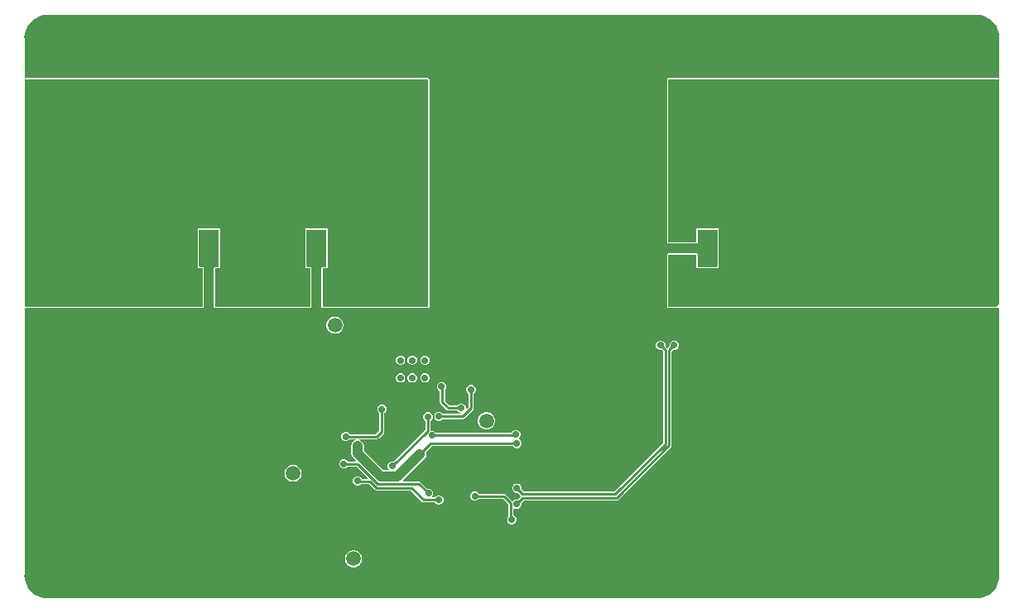
<source format=gbl>
G04*
G04 #@! TF.GenerationSoftware,Altium Limited,Altium Designer,21.3.2 (30)*
G04*
G04 Layer_Physical_Order=2*
G04 Layer_Color=16711680*
%FSLAX25Y25*%
%MOIN*%
G70*
G04*
G04 #@! TF.SameCoordinates,58D38C34-9AFC-4311-94A1-E66397908E57*
G04*
G04*
G04 #@! TF.FilePolarity,Positive*
G04*
G01*
G75*
%ADD10C,0.01000*%
%ADD62C,0.04000*%
%ADD64C,0.05906*%
%ADD65R,0.08268X0.08268*%
%ADD66C,0.08268*%
%ADD67C,0.39370*%
%ADD68C,0.02756*%
%ADD69R,0.07874X0.14961*%
G36*
X385553Y235534D02*
X387335Y234994D01*
X388976Y234116D01*
X390415Y232935D01*
X391596Y231496D01*
X392474Y229854D01*
X393014Y228073D01*
X393189Y226296D01*
X393158Y226220D01*
Y210236D01*
X259842D01*
X259460Y210078D01*
X259301Y209695D01*
Y144084D01*
X259460Y143702D01*
X259842Y143543D01*
X271153D01*
X271536Y143702D01*
X271695Y144084D01*
Y148975D01*
X279486D01*
Y134096D01*
X271695D01*
Y138986D01*
X271536Y139369D01*
X271153Y139528D01*
X259842D01*
X259460Y139369D01*
X259301Y138986D01*
Y118110D01*
X259460Y117727D01*
X259842Y117569D01*
X290551Y117569D01*
X392126D01*
X392126Y117569D01*
X392509Y117727D01*
X392671Y117754D01*
X393158Y117379D01*
Y10000D01*
X393189Y9924D01*
X393014Y8147D01*
X392474Y6366D01*
X391596Y4724D01*
X390415Y3285D01*
X388976Y2104D01*
X387335Y1227D01*
X385553Y687D01*
X383777Y512D01*
X383701Y543D01*
X10000D01*
X9924Y512D01*
X8147Y687D01*
X6366Y1227D01*
X4724Y2104D01*
X3285Y3285D01*
X2104Y4724D01*
X1227Y6366D01*
X687Y8147D01*
X512Y9924D01*
X543Y10000D01*
Y117330D01*
X1043Y117626D01*
X1181Y117569D01*
X1181Y117569D01*
X72254D01*
X72637Y117727D01*
X72795Y118110D01*
Y133555D01*
X72637Y133938D01*
X72254Y134096D01*
X70907D01*
Y148975D01*
X78699D01*
Y134096D01*
X77352D01*
X76969Y133938D01*
X76811Y133555D01*
Y118110D01*
X76969Y117727D01*
X77352Y117569D01*
X115561D01*
X115944Y117727D01*
X116103Y118110D01*
Y133555D01*
X115944Y133938D01*
X115561Y134096D01*
X114214D01*
Y148975D01*
X122006D01*
Y134096D01*
X120659D01*
X120276Y133938D01*
X120118Y133555D01*
Y118110D01*
X120276Y117727D01*
X120659Y117569D01*
X163088D01*
X163471Y117727D01*
X163629Y118110D01*
Y209695D01*
X163471Y210078D01*
X163088Y210236D01*
X543D01*
Y226220D01*
X512Y226296D01*
X687Y228073D01*
X1227Y229854D01*
X2104Y231496D01*
X3285Y232935D01*
X4724Y234116D01*
X6366Y234994D01*
X8147Y235534D01*
X9924Y235709D01*
X10000Y235677D01*
X383701D01*
X383777Y235709D01*
X385553Y235534D01*
D02*
G37*
G36*
X393158Y119142D02*
X392126Y118110D01*
X290551D01*
X259842Y118110D01*
Y138986D01*
X271153D01*
Y133555D01*
X280028D01*
Y149516D01*
X271153D01*
Y144084D01*
X259842D01*
Y209695D01*
X393158D01*
Y119142D01*
D02*
G37*
G36*
X163088Y118110D02*
X120659D01*
Y133555D01*
X122547D01*
Y149516D01*
X113673D01*
Y133555D01*
X115561D01*
Y118110D01*
X77352D01*
Y133555D01*
X79240D01*
Y149516D01*
X70366D01*
Y133555D01*
X72254D01*
Y118110D01*
X1181D01*
X543Y118748D01*
Y209695D01*
X163088D01*
Y118110D01*
D02*
G37*
%LPC*%
G36*
X126045Y114083D02*
X125136D01*
X124258Y113847D01*
X123470Y113393D01*
X122828Y112750D01*
X122373Y111963D01*
X122138Y111084D01*
Y110175D01*
X122373Y109297D01*
X122828Y108510D01*
X123470Y107867D01*
X124258Y107413D01*
X125136Y107177D01*
X126045D01*
X126923Y107413D01*
X127711Y107867D01*
X128353Y108510D01*
X128808Y109297D01*
X129043Y110175D01*
Y111084D01*
X128808Y111963D01*
X128353Y112750D01*
X127711Y113393D01*
X126923Y113847D01*
X126045Y114083D01*
D02*
G37*
G36*
X262537Y104403D02*
X261790D01*
X261100Y104118D01*
X260571Y103589D01*
X260285Y102899D01*
Y102152D01*
X260304Y102108D01*
X259795Y101599D01*
X259382Y101319D01*
X259118Y101584D01*
X258594Y102108D01*
X258612Y102152D01*
Y102899D01*
X258326Y103589D01*
X257798Y104118D01*
X257108Y104403D01*
X256361D01*
X255670Y104118D01*
X255142Y103589D01*
X254856Y102899D01*
Y102152D01*
X255142Y101462D01*
X255670Y100933D01*
X256361Y100647D01*
X257108D01*
X257152Y100666D01*
X257642Y100176D01*
Y63174D01*
X238007Y43539D01*
X201603D01*
X200678Y44464D01*
X200697Y44508D01*
Y45255D01*
X200411Y45946D01*
X199883Y46474D01*
X199193Y46760D01*
X198445D01*
X197755Y46474D01*
X197227Y45946D01*
X196941Y45255D01*
Y44508D01*
X197227Y43818D01*
X197755Y43290D01*
X198445Y43004D01*
X199193D01*
X199237Y43022D01*
X200180Y42079D01*
X200415Y41732D01*
X200180Y41386D01*
X199237Y40442D01*
X199193Y40461D01*
X198445D01*
X197755Y40175D01*
X197574Y39993D01*
X197162Y39713D01*
X194422Y42453D01*
X194091Y42674D01*
X193701Y42752D01*
X183500D01*
X183482Y42796D01*
X182954Y43324D01*
X182263Y43610D01*
X181516D01*
X180826Y43324D01*
X180298Y42796D01*
X180012Y42106D01*
Y41359D01*
X180298Y40668D01*
X180826Y40140D01*
X181516Y39854D01*
X182263D01*
X182954Y40140D01*
X183482Y40668D01*
X183500Y40713D01*
X193279D01*
X195421Y38570D01*
Y33609D01*
X195160Y33347D01*
X194874Y32657D01*
Y31910D01*
X195160Y31220D01*
X195688Y30691D01*
X196378Y30406D01*
X197125D01*
X197816Y30691D01*
X198344Y31220D01*
X198630Y31910D01*
Y32657D01*
X198344Y33347D01*
X197816Y33876D01*
X197460Y34023D01*
Y36632D01*
X197960Y36906D01*
X198445Y36705D01*
X199193D01*
X199883Y36991D01*
X200411Y37519D01*
X200697Y38209D01*
Y38956D01*
X200678Y39000D01*
X201603Y39925D01*
X238976D01*
X239367Y40003D01*
X239697Y40224D01*
X260882Y61409D01*
X261103Y61740D01*
X261181Y62130D01*
Y100101D01*
X261746Y100666D01*
X261790Y100647D01*
X262537D01*
X263227Y100933D01*
X263755Y101462D01*
X264041Y102152D01*
Y102899D01*
X263755Y103589D01*
X263227Y104118D01*
X262537Y104403D01*
D02*
G37*
G36*
X162187Y98336D02*
X161440D01*
X160749Y98050D01*
X160221Y97522D01*
X159935Y96832D01*
Y96084D01*
X160221Y95394D01*
X160749Y94866D01*
X161440Y94580D01*
X162187D01*
X162877Y94866D01*
X163405Y95394D01*
X163691Y96084D01*
Y96832D01*
X163405Y97522D01*
X162877Y98050D01*
X162187Y98336D01*
D02*
G37*
G36*
X157069D02*
X156322D01*
X155631Y98050D01*
X155103Y97522D01*
X154817Y96832D01*
Y96084D01*
X155103Y95394D01*
X155631Y94866D01*
X156322Y94580D01*
X157069D01*
X157759Y94866D01*
X158287Y95394D01*
X158573Y96084D01*
Y96832D01*
X158287Y97522D01*
X157759Y98050D01*
X157069Y98336D01*
D02*
G37*
G36*
X152344D02*
X151597D01*
X150907Y98050D01*
X150379Y97522D01*
X150093Y96832D01*
Y96084D01*
X150379Y95394D01*
X150907Y94866D01*
X151597Y94580D01*
X152344D01*
X153034Y94866D01*
X153563Y95394D01*
X153849Y96084D01*
Y96832D01*
X153563Y97522D01*
X153034Y98050D01*
X152344Y98336D01*
D02*
G37*
G36*
X162187Y91249D02*
X161440D01*
X160749Y90963D01*
X160221Y90435D01*
X159935Y89745D01*
Y88998D01*
X160221Y88308D01*
X160749Y87779D01*
X161440Y87493D01*
X162187D01*
X162877Y87779D01*
X163405Y88308D01*
X163691Y88998D01*
Y89745D01*
X163405Y90435D01*
X162877Y90963D01*
X162187Y91249D01*
D02*
G37*
G36*
X157069D02*
X156322D01*
X155631Y90963D01*
X155103Y90435D01*
X154817Y89745D01*
Y88998D01*
X155103Y88308D01*
X155631Y87779D01*
X156322Y87493D01*
X157069D01*
X157759Y87779D01*
X158287Y88308D01*
X158573Y88998D01*
Y89745D01*
X158287Y90435D01*
X157759Y90963D01*
X157069Y91249D01*
D02*
G37*
G36*
X152344D02*
X151597D01*
X150907Y90963D01*
X150379Y90435D01*
X150093Y89745D01*
Y88998D01*
X150379Y88308D01*
X150907Y87779D01*
X151597Y87493D01*
X152344D01*
X153034Y87779D01*
X153563Y88308D01*
X153849Y88998D01*
Y89745D01*
X153563Y90435D01*
X153034Y90963D01*
X152344Y91249D01*
D02*
G37*
G36*
X168877Y87705D02*
X168130D01*
X167440Y87419D01*
X166912Y86891D01*
X166626Y86200D01*
Y85453D01*
X166912Y84763D01*
X167440Y84235D01*
X167820Y84077D01*
Y79585D01*
X167898Y79195D01*
X168119Y78864D01*
X170539Y76444D01*
X170870Y76223D01*
X171260Y76146D01*
X174768D01*
X174786Y76102D01*
X175314Y75573D01*
X175908Y75327D01*
X175809Y74827D01*
X169028D01*
X169010Y74871D01*
X168482Y75400D01*
X167791Y75686D01*
X167044D01*
X166354Y75400D01*
X165826Y74871D01*
X165540Y74181D01*
Y73434D01*
X165826Y72744D01*
X166354Y72216D01*
X167044Y71930D01*
X167791D01*
X168482Y72216D01*
X169010Y72744D01*
X169028Y72788D01*
X176957D01*
X177347Y72866D01*
X177678Y73087D01*
X181036Y76444D01*
X181257Y76775D01*
X181334Y77165D01*
Y83035D01*
X181379Y83054D01*
X181907Y83582D01*
X182193Y84272D01*
Y85019D01*
X181907Y85709D01*
X181379Y86238D01*
X180689Y86524D01*
X179941D01*
X179251Y86238D01*
X178723Y85709D01*
X178437Y85019D01*
Y84272D01*
X178723Y83582D01*
X179251Y83054D01*
X179295Y83035D01*
Y77588D01*
X178756Y77048D01*
X178256Y77255D01*
Y77539D01*
X177970Y78229D01*
X177442Y78757D01*
X176751Y79043D01*
X176004D01*
X175314Y78757D01*
X174786Y78229D01*
X174768Y78185D01*
X171682D01*
X169860Y80008D01*
Y84526D01*
X170096Y84763D01*
X170382Y85453D01*
Y86200D01*
X170096Y86891D01*
X169568Y87419D01*
X168877Y87705D01*
D02*
G37*
G36*
X187069Y75500D02*
X186160D01*
X185282Y75265D01*
X184494Y74810D01*
X183851Y74167D01*
X183397Y73380D01*
X183161Y72502D01*
Y71593D01*
X183397Y70714D01*
X183851Y69927D01*
X184494Y69284D01*
X185282Y68830D01*
X186160Y68594D01*
X187069D01*
X187947Y68830D01*
X188734Y69284D01*
X189377Y69927D01*
X189832Y70714D01*
X190067Y71593D01*
Y72502D01*
X189832Y73380D01*
X189377Y74167D01*
X188734Y74810D01*
X187947Y75265D01*
X187069Y75500D01*
D02*
G37*
G36*
X144862Y78650D02*
X144115D01*
X143424Y78364D01*
X142896Y77835D01*
X142610Y77145D01*
Y76398D01*
X142896Y75708D01*
X143424Y75180D01*
X143469Y75161D01*
Y68139D01*
X142097Y66768D01*
X131532D01*
X131513Y66812D01*
X130985Y67340D01*
X130295Y67626D01*
X129548D01*
X128858Y67340D01*
X128329Y66812D01*
X128043Y66122D01*
Y65374D01*
X128329Y64684D01*
X128858Y64156D01*
X129548Y63870D01*
X130295D01*
X130985Y64156D01*
X131513Y64684D01*
X131532Y64728D01*
X133935D01*
X133984Y64228D01*
X133670Y64166D01*
X132843Y63613D01*
X132291Y62787D01*
X132097Y61811D01*
Y59055D01*
X132291Y58080D01*
X132843Y57253D01*
X133890Y56206D01*
X133699Y55744D01*
X130744D01*
X130726Y55788D01*
X130198Y56317D01*
X129507Y56602D01*
X128760D01*
X128070Y56317D01*
X127542Y55788D01*
X127256Y55098D01*
Y54351D01*
X127542Y53661D01*
X128070Y53132D01*
X128760Y52846D01*
X129507D01*
X130198Y53132D01*
X130726Y53661D01*
X130744Y53705D01*
X134311D01*
X138849Y49167D01*
X138658Y48705D01*
X136318D01*
X136238Y48898D01*
X135709Y49427D01*
X135019Y49713D01*
X134272D01*
X133582Y49427D01*
X133054Y48898D01*
X132768Y48208D01*
Y47461D01*
X133054Y46771D01*
X133582Y46243D01*
X134272Y45957D01*
X135019D01*
X135709Y46243D01*
X136133Y46666D01*
X139229D01*
X141510Y44385D01*
X141840Y44164D01*
X142230Y44087D01*
X156046D01*
X160696Y39437D01*
X161027Y39215D01*
X161417Y39138D01*
X165712D01*
X165731Y39094D01*
X166259Y38565D01*
X166949Y38280D01*
X167696D01*
X168387Y38565D01*
X168915Y39094D01*
X169201Y39784D01*
Y40531D01*
X168915Y41221D01*
X168387Y41750D01*
X167696Y42035D01*
X166949D01*
X166259Y41750D01*
X165731Y41221D01*
X165712Y41177D01*
X164937D01*
X164730Y41677D01*
X164797Y41744D01*
X165083Y42434D01*
Y43181D01*
X164797Y43872D01*
X164269Y44400D01*
X163578Y44686D01*
X162831D01*
X162787Y44668D01*
X160127Y47327D01*
X159797Y47548D01*
X159406Y47626D01*
X153119D01*
X152912Y48126D01*
X161645Y56859D01*
X162197Y57686D01*
X162391Y58661D01*
X162208Y59585D01*
X164596Y61972D01*
X197208D01*
X197227Y61928D01*
X197755Y61400D01*
X198445Y61114D01*
X199193D01*
X199883Y61400D01*
X200411Y61928D01*
X200697Y62619D01*
Y63366D01*
X200411Y64056D01*
X199883Y64584D01*
X199850Y64598D01*
X199733Y65187D01*
X200017Y65472D01*
X200303Y66162D01*
Y66909D01*
X200017Y67599D01*
X199489Y68128D01*
X198799Y68413D01*
X198052D01*
X197361Y68128D01*
X196833Y67599D01*
X196733Y67358D01*
X166006D01*
X165631Y67734D01*
X164941Y68020D01*
X164501D01*
X164169Y68081D01*
X164012Y68482D01*
Y72012D01*
X164056Y72030D01*
X164584Y72558D01*
X164870Y73248D01*
Y73996D01*
X164584Y74686D01*
X164056Y75214D01*
X163366Y75500D01*
X162619D01*
X161928Y75214D01*
X161400Y74686D01*
X161114Y73996D01*
Y73248D01*
X161400Y72558D01*
X161928Y72030D01*
X161972Y72012D01*
Y68533D01*
X149130Y55690D01*
X149086Y55709D01*
X148339D01*
X147649Y55423D01*
X147121Y54895D01*
X146835Y54204D01*
Y53457D01*
X147121Y52767D01*
X147232Y52655D01*
X147025Y52155D01*
X145150D01*
X137195Y60111D01*
Y61811D01*
X137001Y62787D01*
X136448Y63613D01*
X135621Y64166D01*
X135307Y64228D01*
X135356Y64728D01*
X142520D01*
X142910Y64806D01*
X143241Y65027D01*
X145209Y66996D01*
X145430Y67326D01*
X145508Y67716D01*
Y75161D01*
X145552Y75180D01*
X146080Y75708D01*
X146366Y76398D01*
Y77145D01*
X146080Y77835D01*
X145552Y78364D01*
X144862Y78650D01*
D02*
G37*
G36*
X109116Y54437D02*
X108207D01*
X107329Y54202D01*
X106541Y53747D01*
X105898Y53104D01*
X105444Y52317D01*
X105209Y51439D01*
Y50530D01*
X105444Y49652D01*
X105898Y48864D01*
X106541Y48221D01*
X107329Y47767D01*
X108207Y47532D01*
X109116D01*
X109994Y47767D01*
X110782Y48221D01*
X111424Y48864D01*
X111879Y49652D01*
X112114Y50530D01*
Y51439D01*
X111879Y52317D01*
X111424Y53104D01*
X110782Y53747D01*
X109994Y54202D01*
X109116Y54437D01*
D02*
G37*
G36*
X133525Y19988D02*
X132616D01*
X131738Y19753D01*
X130951Y19298D01*
X130308Y18655D01*
X129853Y17868D01*
X129618Y16990D01*
Y16081D01*
X129853Y15203D01*
X130308Y14415D01*
X130951Y13773D01*
X131738Y13318D01*
X132616Y13083D01*
X133525D01*
X134404Y13318D01*
X135191Y13773D01*
X135834Y14415D01*
X136288Y15203D01*
X136524Y16081D01*
Y16990D01*
X136288Y17868D01*
X135834Y18655D01*
X135191Y19298D01*
X134404Y19753D01*
X133525Y19988D01*
D02*
G37*
%LPD*%
D10*
X164567Y66142D02*
X164764Y66339D01*
X198228D02*
X198425Y66535D01*
X164764Y66339D02*
X198228D01*
X171260Y77165D02*
X176378D01*
X168840Y79585D02*
Y85491D01*
Y79585D02*
X171260Y77165D01*
X168504Y85827D02*
X168840Y85491D01*
X196441Y32594D02*
Y38992D01*
X193701Y41732D02*
X196441Y38992D01*
Y32594D02*
X196752Y32283D01*
X181890Y41732D02*
X193701D01*
X260161Y100523D02*
X262163Y102525D01*
X260161Y62130D02*
Y100523D01*
X238976Y40945D02*
X260161Y62130D01*
X258661Y62751D02*
Y100598D01*
X238430Y42520D02*
X258661Y62751D01*
X256734Y102525D02*
X258661Y100598D01*
X201181Y42520D02*
X238430D01*
X201181Y40945D02*
X238976D01*
X198819Y38583D02*
X201181Y40945D01*
X198819Y44882D02*
X201181Y42520D01*
X159843Y58661D02*
X164173Y62992D01*
X198819D01*
X142520Y65748D02*
X144488Y67716D01*
Y76772D01*
X129921Y65748D02*
X142520D01*
X156468Y45106D02*
X161417Y40157D01*
X142230Y45106D02*
X156468D01*
X161417Y40157D02*
X167323D01*
X134795Y47685D02*
X139651D01*
X142230Y45106D01*
X142852Y46606D02*
X159406D01*
X163205Y42808D01*
Y42808D02*
Y42808D01*
X134734Y54724D02*
X142852Y46606D01*
X129134Y54724D02*
X134734D01*
X134646Y47835D02*
X134795Y47685D01*
X148713Y53831D02*
X162992Y68110D01*
Y73622D01*
X167418Y73808D02*
X176957D01*
X180315Y77165D02*
Y84646D01*
X176957Y73808D02*
X180315Y77165D01*
D62*
X118110Y89265D02*
G03*
X128110Y79265I10000J0D01*
G01*
X64803Y80590D02*
G03*
X74803Y90591I0J10000D01*
G01*
X128110Y79265D02*
X129724D01*
X118110Y89265D02*
Y141535D01*
X59055Y80590D02*
X64803D01*
X74803Y90591D02*
Y141535D01*
X219488D02*
X275590D01*
X150787Y49606D02*
X159843Y58661D01*
X144095Y49606D02*
X150787D01*
X134646Y59055D02*
X144095Y49606D01*
X134646Y59055D02*
Y61811D01*
D64*
X186614Y72047D02*
D03*
X108661Y50984D02*
D03*
X133071Y16535D02*
D03*
X334646Y155630D02*
D03*
X125591Y110630D02*
D03*
X334646Y80575D02*
D03*
X59055Y80590D02*
D03*
D65*
X366094Y198819D02*
D03*
X307039D02*
D03*
X27512D02*
D03*
X86567D02*
D03*
D66*
X366094Y218504D02*
D03*
X307039D02*
D03*
X27512D02*
D03*
X86567D02*
D03*
D67*
X366142Y155630D02*
D03*
X27559D02*
D03*
X366142Y80590D02*
D03*
X27559D02*
D03*
D68*
X127165Y181890D02*
D03*
X138845D02*
D03*
Y170210D02*
D03*
X127165D02*
D03*
X90551Y182283D02*
D03*
X102231D02*
D03*
Y170604D02*
D03*
X90551D02*
D03*
X51181Y182677D02*
D03*
X62861D02*
D03*
Y170997D02*
D03*
X51181D02*
D03*
X145407Y186221D02*
D03*
Y174541D02*
D03*
Y162861D02*
D03*
Y127822D02*
D03*
Y139501D02*
D03*
Y151181D02*
D03*
X157087D02*
D03*
Y139501D02*
D03*
Y127822D02*
D03*
Y162861D02*
D03*
Y174541D02*
D03*
Y186221D02*
D03*
X151971Y96458D02*
D03*
X156695D02*
D03*
X161813D02*
D03*
Y89371D02*
D03*
X156695D02*
D03*
X151971D02*
D03*
X330711Y122048D02*
D03*
X336091D02*
D03*
X341472D02*
D03*
X353842Y204593D02*
D03*
X342163D02*
D03*
X330483D02*
D03*
X295444D02*
D03*
X318803D02*
D03*
X283764D02*
D03*
Y192913D02*
D03*
X318803D02*
D03*
X295444D02*
D03*
X330483D02*
D03*
X342163D02*
D03*
X353842D02*
D03*
X39764D02*
D03*
X51444D02*
D03*
X63123D02*
D03*
X98163D02*
D03*
X74803D02*
D03*
X109842D02*
D03*
Y204593D02*
D03*
X74803D02*
D03*
X98163D02*
D03*
X63123D02*
D03*
X51444D02*
D03*
X39764D02*
D03*
X8661Y9055D02*
D03*
X20341D02*
D03*
X32021D02*
D03*
X67060D02*
D03*
X55380D02*
D03*
X43701D02*
D03*
X78740Y32415D02*
D03*
Y9055D02*
D03*
Y20735D02*
D03*
X43701D02*
D03*
X55380D02*
D03*
X67060D02*
D03*
X32021D02*
D03*
X20341D02*
D03*
X8661D02*
D03*
X43701Y32415D02*
D03*
X55380D02*
D03*
X67060D02*
D03*
X32021D02*
D03*
X20341D02*
D03*
X8661D02*
D03*
X78740Y44094D02*
D03*
X43701D02*
D03*
X55380D02*
D03*
X67060D02*
D03*
X32021D02*
D03*
X20341D02*
D03*
X8661D02*
D03*
X317454Y89501D02*
D03*
Y77821D02*
D03*
Y66142D02*
D03*
Y31102D02*
D03*
Y42782D02*
D03*
Y54462D02*
D03*
Y19423D02*
D03*
X305774Y89501D02*
D03*
Y77821D02*
D03*
Y66142D02*
D03*
Y31102D02*
D03*
Y42782D02*
D03*
Y54462D02*
D03*
Y19423D02*
D03*
X294094Y89501D02*
D03*
Y77821D02*
D03*
Y66142D02*
D03*
Y31102D02*
D03*
Y42782D02*
D03*
Y54462D02*
D03*
X282415Y19423D02*
D03*
X294094D02*
D03*
X282415Y54462D02*
D03*
Y42782D02*
D03*
Y31102D02*
D03*
Y66142D02*
D03*
Y77821D02*
D03*
Y89501D02*
D03*
X255118Y65354D02*
D03*
Y70735D02*
D03*
Y76116D02*
D03*
Y81496D02*
D03*
X192913Y9711D02*
D03*
Y15092D02*
D03*
Y20472D02*
D03*
X129331Y25066D02*
D03*
Y30446D02*
D03*
Y35827D02*
D03*
X129724Y73884D02*
D03*
Y79265D02*
D03*
Y84646D02*
D03*
X12467Y122047D02*
D03*
X17848D02*
D03*
X23228D02*
D03*
X12467Y115354D02*
D03*
X17848D02*
D03*
X23228D02*
D03*
X370472Y114173D02*
D03*
X375853D02*
D03*
X381234D02*
D03*
X260236Y57480D02*
D03*
X256693Y53937D02*
D03*
X253150Y50000D02*
D03*
X249213Y46063D02*
D03*
X245276Y42126D02*
D03*
X237008Y45276D02*
D03*
X240945Y49213D02*
D03*
X244882Y53150D02*
D03*
X248425Y57087D02*
D03*
X251969Y60630D02*
D03*
X263779Y97638D02*
D03*
Y92257D02*
D03*
Y86877D02*
D03*
Y81496D02*
D03*
Y76116D02*
D03*
Y70735D02*
D03*
Y65354D02*
D03*
X255118Y86877D02*
D03*
Y92257D02*
D03*
Y97638D02*
D03*
X201969Y89370D02*
D03*
X197244D02*
D03*
X192126D02*
D03*
Y96457D02*
D03*
X197244D02*
D03*
X201969D02*
D03*
X94882Y39764D02*
D03*
X140551Y38189D02*
D03*
X157874Y37795D02*
D03*
X150000Y23622D02*
D03*
X173228Y23228D02*
D03*
X211417Y32283D02*
D03*
X206299Y57874D02*
D03*
X216535D02*
D03*
X211024Y62992D02*
D03*
X198425Y66535D02*
D03*
X164567Y66142D02*
D03*
X181890Y41732D02*
D03*
X196752Y32283D02*
D03*
X198819Y38583D02*
D03*
Y44882D02*
D03*
X262163Y102525D02*
D03*
X256734D02*
D03*
X198819Y62992D02*
D03*
X163205Y42808D02*
D03*
X129134Y54724D02*
D03*
X144488Y76772D02*
D03*
X129921Y65748D02*
D03*
X134646Y61811D02*
D03*
X148713Y53831D02*
D03*
X167323Y40157D02*
D03*
X134646Y47835D02*
D03*
X159843Y58661D02*
D03*
X162992Y73622D02*
D03*
X167418Y73808D02*
D03*
X176378Y77165D02*
D03*
X168504Y85827D02*
D03*
X180315Y84646D02*
D03*
D69*
X275590Y141535D02*
D03*
Y173425D02*
D03*
X118110Y141535D02*
D03*
Y173425D02*
D03*
X74803Y141535D02*
D03*
Y173425D02*
D03*
M02*

</source>
